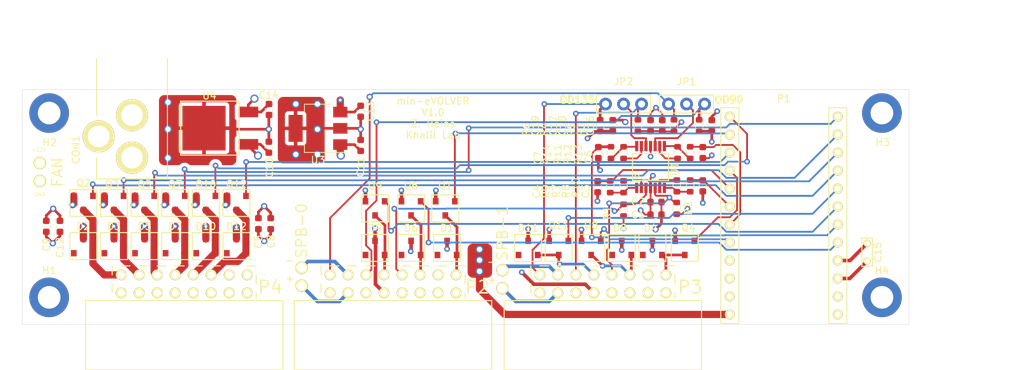
<source format=kicad_pcb>
(kicad_pcb (version 20211014) (generator pcbnew)
  (layers (0 "F.Cu" signal) (1 "In1.Cu" signal) (2 "In2.Cu" signal) (31 "B.Cu" signal) (34 "B.Paste" user) (35 "F.Paste" user) (36 "B.SilkS" user "B.Silkscreen") (37 "F.SilkS" user "F.Silkscreen") (38 "B.Mask" user) (39 "F.Mask" user) (44 "Edge.Cuts" user))
  (net 0 "")
  (net 1 "GND")
  (net 2 "+3V3")
  (net 3 "/A1")
  (net 4 "/A0")
  (net 5 "+12V")
  (net 6 "/A2")
  (net 7 "/A3")
  (net 8 "+5V")
  (net 9 "Net-(C15-Pad1)")
  (net 10 "/FAN-0")
  (net 11 "/P-0")
  (net 12 "/P-1")
  (net 13 "/FAN-1")
  (net 14 "/P-2")
  (net 15 "/HTR-0")
  (net 16 "/P-3")
  (net 17 "/HTR-1")
  (net 18 "/LED-0")
  (net 19 "/P-4")
  (net 20 "/LED-1")
  (net 21 "/P-5")
  (net 22 "/OD135-0")
  (net 23 "/OD-0")
  (net 24 "/OD90-0")
  (net 25 "/OD90-1")
  (net 26 "/OD-1")
  (net 27 "/OD135-1")
  (net 28 "/10")
  (net 29 "/11")
  (net 30 "/12")
  (net 31 "/13")
  (net 32 "/2")
  (net 33 "/3")
  (net 34 "/4")
  (net 35 "/5")
  (net 36 "/6")
  (net 37 "/7")
  (net 38 "/8")
  (net 39 "/9")
  (net 40 "/SPB+0")
  (net 41 "/SPB-0")
  (net 42 "/TS-0")
  (net 43 "/TS-1")
  (net 44 "/SPB-1")
  (net 45 "/SPB+1")
  (net 46 "Net-(R7-Pad2)")
  (net 47 "Net-(R7-Pad1)")
  (net 48 "Net-(R10-Pad2)")
  (net 49 "Net-(R8-Pad2)")
  (net 50 "Net-(R11-Pad1)")
  (net 51 "Net-(R11-Pad2)")
  (net 52 "Net-(R12-Pad1)")
  (net 53 "Net-(R12-Pad2)")
  (footprint "mods:SBR160S23" (layer "F.Cu") (at 110.998 101.346)
    (fp_text reference "D10")
    (fp_text value "D")
  )
  (footprint "mods:SBR160S23" (layer "F.Cu") (at 134.874 101.6)
    (fp_text reference "D9")
    (fp_text value "D")
  )
  (footprint "mods:SBR160S23" (layer "F.Cu") (at 169.672 101.6)
    (fp_text reference "D8")
    (fp_text value "D")
  )
  (footprint "mods:SBR160S23" (layer "F.Cu") (at 106.68 101.346)
    (fp_text reference "D7")
    (fp_text value "D")
  )
  (footprint "mods:SBR160S23" (layer "F.Cu") (at 139.954 101.6)
    (fp_text reference "D6")
    (fp_text value "D")
  )
  (footprint "mods:SBR160S23" (layer "F.Cu") (at 173.99 101.6)
    (fp_text reference "D4")
    (fp_text value "D")
  )
  (footprint "mods:SBR160S23" (layer "F.Cu") (at 98.044 101.346)
    (fp_text reference "D3")
    (fp_text value "D")
  )
  (footprint "mods:SBR160S23" (layer "F.Cu") (at 93.726 101.346)
    (fp_text reference "D2")
    (fp_text value "D")
  )
  (footprint "mods:SBR160S23" (layer "F.Cu") (at 145.034 101.6)
    (fp_text reference "D1")
    (fp_text value "D")
  )
  (footprint "mods:2.1mm_DC_Jack" (layer "F.Cu") (at 100.584 85.852 -90)
    (fp_text reference "CON1")
    (fp_text value "BARREL_JACK")
  )
  (footprint "mods:FK18X5R0J105K" (layer "F.Cu") (at 204.2922 102.2096 90)
    (fp_text reference "C15")
    (fp_text value "10u" hide)
  )
  (footprint "Capacitor_SMD:C_0603_1608Metric" (layer "F.Cu") (at 119.9134 82.042 -90)
    (fp_text reference "C14")
    (fp_text value ".1u")
  )
  (footprint "Capacitor_SMD:C_0603_1608Metric" (layer "F.Cu") (at 166.37 88.138 -90)
    (fp_text reference "C7")
    (fp_text value ".1u")
  )
  (footprint "Capacitor_SMD:C_0603_1608Metric" (layer "F.Cu") (at 181.102 88.138 -90)
    (fp_text reference "C6")
    (fp_text value ".1u")
  )
  (footprint "Capacitor_SMD:C_0603_1608Metric" (layer "F.Cu") (at 118.4148 98.171 -90)
    (fp_text reference "C5")
    (fp_text value ".1u")
  )
  (footprint "Capacitor_SMD:C_0603_1608Metric" (layer "F.Cu") (at 181.102 92.837 -90)
    (fp_text reference "C3")
    (fp_text value ".1u")
  )
  (footprint "Capacitor_SMD:C_0603_1608Metric" (layer "F.Cu") (at 174.498 96.901 180)
    (fp_text reference "C1")
    (fp_text value "1u")
  )
  (footprint "mods:A03422" (layer "F.Cu") (at 178.562 101.6 180)
    (fp_text reference "Q4")
    (fp_text value "Q_NMOS_GSD")
  )
  (footprint "mods:3pinheader_2_54_mm_pitch" (layer "F.Cu") (at 178.816 81.28 180)
    (fp_text reference "JP1")
    (fp_text value "Jumper_3_Open")
  )
  (footprint "mods:SBR160S23" (layer "F.Cu") (at 115.316 101.346)
    (fp_text reference "D12")
    (fp_text value "D")
  )
  (footprint "mods:A03422" (layer "F.Cu") (at 98.044 95.25 180)
    (fp_text reference "Q3")
    (fp_text value "Q_NMOS_GSD")
  )
  (footprint "mods:A03422" (layer "F.Cu") (at 93.726 95.25 180)
    (fp_text reference "Q2")
    (fp_text value "Q_NMOS_GSD")
  )
  (footprint "mods:A03422" (layer "F.Cu") (at 144.78 96.012 180)
    (fp_text reference "Q1")
    (fp_text value "Q_NMOS_GSD")
  )
  (footprint "mods:SBR160S23" (layer "F.Cu") (at 156.464 101.6)
    (fp_text reference "D11")
    (fp_text value "D")
  )
  (footprint "mods:A03422" (layer "F.Cu") (at 139.954 96.012 180)
    (fp_text reference "Q6")
    (fp_text value "Q_NMOS_GSD")
  )
  (footprint "mods:A03422" (layer "F.Cu") (at 102.362 95.25 180)
    (fp_text reference "Q5")
    (fp_text value "Q_NMOS_GSD")
  )
  (footprint "Resistor_SMD:R_0603_1608Metric" (layer "F.Cu") (at 179.324 88.138 -90)
    (fp_text reference "R13")
    (fp_text value "10k")
  )
  (footprint "Resistor_SMD:R_0603_1608Metric" (layer "F.Cu") (at 179.324 92.837 -90)
    (fp_text reference "R10")
    (fp_text value "10k")
  )
  (footprint "Resistor_SMD:R_0603_1608Metric" (layer "F.Cu") (at 168.0464 92.964 -90)
    (fp_text reference "R9")
    (fp_text value "10k")
  )
  (footprint "Resistor_SMD:R_0603_1608Metric" (layer "F.Cu") (at 166.624 84.328 90)
    (fp_text reference "R6")
    (fp_text value "100k")
  )
  (footprint "Resistor_SMD:R_0603_1608Metric" (layer "F.Cu") (at 177.038 84.328 90)
    (fp_text reference "R5")
    (fp_text value "100k")
  )
  (footprint "Resistor_SMD:R_0603_1608Metric" (layer "F.Cu") (at 171.958 84.328 -90)
    (fp_text reference "R4")
    (fp_text value "1M")
  )
  (footprint "Resistor_SMD:R_0603_1608Metric" (layer "F.Cu") (at 177.419 96.012 -90)
    (fp_text reference "R2")
    (fp_text value "10k")
  )
  (footprint "Resistor_SMD:R_0603_1608Metric" (layer "F.Cu") (at 169.926 96.266 -90)
    (fp_text reference "R1")
    (fp_text value "10k")
  )
  (footprint "mods:A03422" (layer "F.Cu") (at 115.316 95.25 180)
    (fp_text reference "Q12")
    (fp_text value "Q_NMOS_GSD")
  )
  (footprint "mods:A03422" (layer "F.Cu") (at 134.874 96.012 180)
    (fp_text reference "Q9")
    (fp_text value "Q_NMOS_GSD")
  )
  (footprint "mods:A03422" (layer "F.Cu") (at 106.68 95.25 180)
    (fp_text reference "Q7")
    (fp_text value "Q_NMOS_GSD")
  )
  (footprint "mods:2x8_conn_10in" (layer "F.Cu") (at 137.414 106.68)
    (fp_text reference "P2")
    (fp_text value "CONN_02X08" hide)
  )
  (footprint "mods:2x8_conn_10in" (layer "F.Cu") (at 167.005 106.68)
    (fp_text reference "P3")
    (fp_text value "CONN_02X08" hide)
  )
  (footprint "mods:2x8_conn_10in" (layer "F.Cu") (at 107.95 106.68)
    (fp_text reference "P4")
    (fp_text value "CONN_02X08" hide)
  )
  (footprint "MountingHole:MountingHole_3.2mm_M3_DIN965_Pad" (layer "F.Cu") (at 88.9 108.585)
    (fp_text reference "H1")
    (fp_text value "MountingHole_Pad")
  )
  (footprint "MountingHole:MountingHole_3.2mm_M3_DIN965_Pad" (layer "F.Cu") (at 88.9 82.55)
    (fp_text reference "H2")
    (fp_text value "MountingHole_Pad")
  )
  (footprint "MountingHole:MountingHole_3.2mm_M3_DIN965_Pad" (layer "F.Cu") (at 206.375 108.585)
    (fp_text reference "H4")
    (fp_text value "MountingHole_Pad")
  )
  (footprint "mods:screw_terminal" (layer "F.Cu") (at 152.8318 106.0196 90)
    (fp_text reference "P6" hide)
    (fp_text value "SPB-1")
  )
  (footprint "MountingHole:MountingHole_3.2mm_M3_DIN965_Pad" (layer "F.Cu") (at 206.375 82.55)
    (fp_text reference "H3")
    (fp_text value "MountingHole_Pad")
  )
  (footprint "mods:L7805CDT" (layer "F.Cu") (at 113.794 84.6836 90)
    (fp_text reference "U4")
    (fp_text value "L7805CDT")
  )
  (footprint "mods:24_pin_10in" (layer "F.Cu") (at 192.532 97.028 180)
    (fp_text reference "P1")
    (fp_text value "CONN_02X12" hide)
  )
  (footprint "Package_TO_SOT_SMD:SOT-223-3_TabPin2" (layer "F.Cu") (at 126.8146 84.709 180)
    (fp_text reference "U3")
    (fp_text value "AP7361C-33E")
  )
  (footprint "Capacitor_SMD:C_0603_1608Metric" (layer "F.Cu") (at 132.842 82.296 -90)
    (fp_text reference "C13")
    (fp_text value ".1u")
  )
  (footprint "Capacitor_SMD:C_0603_1608Metric" (layer "F.Cu") (at 132.842 87.122 90)
    (fp_text reference "C11")
    (fp_text value ".1u")
  )
  (footprint "Capacitor_SMD:C_0603_1608Metric" (layer "F.Cu") (at 119.888 87.376 90)
    (fp_text reference "C10")
    (fp_text value ".1u")
  )
  (footprint "Resistor_SMD:R_0603_1608Metric" (layer "F.Cu") (at 169.926 92.964 90)
    (fp_text reference "R7")
    (fp_text value "10k")
  )
  (footprint "Resistor_SMD:R_0603_1608Metric" (layer "F.Cu") (at 180.594 84.328 -90)
    (fp_text reference "R3")
    (fp_text value "1M")
  )
  (footprint "Capacitor_SMD:C_0603_1608Metric" (layer "F.Cu") (at 120.150468 98.171 -90)
    (fp_text reference "C8")
    (fp_text value ".1u")
  )
  (footprint "Capacitor_SMD:C_0603_1608Metric" (layer "F.Cu") (at 174.498 95.123)
    (fp_text reference "C2")
    (fp_text value ".1u")
  )
  (footprint "Capacitor_SMD:C_0603_1608Metric" (layer "F.Cu") (at 166.2684 92.964 -90)
    (fp_text reference "C4")
    (fp_text value ".1u")
  )
  (footprint "Resistor_SMD:R_0603_1608Metric" (layer "F.Cu") (at 168.148 88.138 -90)
    (fp_text reference "R14")
    (fp_text value "10k")
  )
  (footprint "Resistor_SMD:R_0603_1608Metric" (layer "F.Cu") (at 169.926 88.138 -90)
    (fp_text reference "R11")
    (fp_text value "10k")
  )
  (footprint "Resistor_SMD:R_0603_1608Metric" (layer "F.Cu") (at 177.546 88.138 -90)
    (fp_text reference "R12")
    (fp_text value "10k")
  )
  (footprint "Capacitor_SMD:C_0603_1608Metric" (layer "F.Cu") (at 182.372 84.328 90)
    (fp_text reference "C16")
    (fp_text value "1u")
  )
  (footprint "Capacitor_SMD:C_0603_1608Metric" (layer "F.Cu") (at 175.387 84.328 90)
    (fp_text reference "C18")
    (fp_text value "1u")
  )
  (footprint "mods:SBR160S23" (layer "F.Cu") (at 102.362 101.346)
    (fp_text reference "D5")
    (fp_text value "D")
  )
  (footprint "mods:A03422" (layer "F.Cu") (at 160.782 101.6 180)
    (fp_text reference "Q11")
    (fp_text value "Q_NMOS_GSD")
  )
  (footprint "mods:A03422" (layer "F.Cu") (at 165.354 101.6 180)
    (fp_text reference "Q8")
    (fp_text value "Q_NMOS_GSD")
  )
  (footprint "mods:screw_terminal" (layer "F.Cu") (at 124.5108 105.664 90)
    (fp_text reference "P5" hide)
    (fp_text value "SPB-0")
  )
  (footprint "mods:3pinheader_2_54_mm_pitch" (layer "F.Cu") (at 169.926 81.28 180)
    (fp_text reference "JP2")
    (fp_text value "Jumper_3_Open")
  )
  (footprint "Capacitor_SMD:C_0603_1608Metric" (layer "F.Cu") (at 168.402 84.328 90)
    (fp_text reference "C19")
    (fp_text value "1u")
  )
  (footprint "mods:A03422" (layer "F.Cu") (at 110.998 95.25 180)
    (fp_text reference "Q10")
    (fp_text value "Q_NMOS_GSD")
  )
  (footprint "Capacitor_SMD:C_0603_1608Metric" (layer "F.Cu") (at 88.4936 98.552 -90)
    (fp_text reference "C9")
    (fp_text value ".1u")
  )
  (footprint "Capacitor_SMD:C_0603_1608Metric" (layer "F.Cu") (at 90.424 98.552 -90)
    (fp_text reference "C12")
    (fp_text value ".1u")
  )
  (footprint "Capacitor_SMD:C_0603_1608Metric" (layer "F.Cu") (at 173.736 84.328 90)
    (fp_text reference "C17")
    (fp_text value "1u")
  )
  (footprint "mods:screw_terminal" (layer "F.Cu") (at 87.5792 90.8812 -90)
    (fp_text reference "P7" hide)
    (fp_text value "FAN")
  )
  (footprint "mods:mcp6004-ssop" (layer "F.Cu") (at 173.736 90.17)
    (fp_text reference "U1")
    (fp_text value "MCP6004")
  )
  (footprint "Resistor_SMD:R_0603_1608Metric" (layer "F.Cu") (at 177.4444 92.837 90)
    (fp_text reference "R8")
    (fp_text value "10k")
  )
  (gr_line (start 85.09 79.248) (end 210.185 79.248) (layer "Edge.Cuts") (width 0.05))
  (gr_line (start 85.09 112.395) (end 85.09 79.248) (layer "Edge.Cuts") (width 0.05))
  (gr_line (start 210.185 112.395) (end 85.09 112.395) (layer "Edge.Cuts") (width 0.05))
  (gr_line (start 210.185 112.395) (end 210.185 79.248) (layer "Edge.Cuts") (width 0.05))
  (gr_text "-" (at 151.3078 103.5558) (layer "F.SilkS") (effects (font (size 1 1))))
  (gr_text "+" (at 151.3586 106.1212) (layer "F.SilkS") (effects (font (size 1 1))))
  (gr_text "OD135" (at 163.3982 80.6704) (layer "F.SilkS") (effects (font (size 1.016 1.016) (thickness 0.254))))
  (gr_text "GND" (at 87.5792 94.0308) (layer "F.SilkS") (effects (font (size 0.508 0.508) (thickness 0.0635))))
  (gr_text "+12V" (at 87.4522 87.7316) (layer "F.SilkS") (effects (font (size 0.508 0.508) (thickness 0.0635))))
  (gr_text "OD90" (at 184.785 80.645) (layer "F.SilkS") (effects (font (size 1.016 1.016) (thickness 0.254))))
  (gr_text "-" (at 122.809 103.3526) (layer "F.SilkS") (effects (font (size 1 1))))
  (gr_text "min-eVOLVER\nV1.0\nZ. Heins\nKhalil Lab" (at 143.0528 83.2612) (layer "F.SilkS") (effects (font (size 1 1))))
  (gr_text "+" (at 122.8598 105.918) (layer "F.SilkS") (effects (font (size 1 1))))
  (segment (start 105.33 94.25) (end 105.33 95.33) (width 1.016) (layer "F.Cu") (net 1))
  (segment (start 143.43 95.012) (end 143.43 93.5012) (width 0.508) (layer "F.Cu") (net 1))
  (segment (start 177.212 100.6) (end 177.212 99.1324) (width 0.508) (layer "F.Cu") (net 1))
  (segment (start 168.402 83.553) (end 169.913 83.553) (width 0.381) (layer "F.Cu") (net 1))
  (segment (start 118.4148 99.822) (end 119.2276 100.6348) (width 0.381) (layer "F.Cu") (net 1))
  (segment (start 90.424 99.327) (end 90.424 99.9236) (width 0.381) (layer "F.Cu") (net 1))
  (segment (start 166.37 88.913) (end 166.37 90.37933) (width 0.381) (layer "F.Cu") (net 1))
  (segment (start 166.37 90.37933) (end 166.624 90.63333) (width 0.381) (layer "F.Cu") (net 1))
  (segment (start 126.873 84.709) (end 126.746 84.836) (width 0.381) (layer "F.Cu") (net 1))
  (segment (start 166.2684 93.739) (end 166.2684 94.9706) (width 0.381) (layer "F.Cu") (net 1))
  (segment (start 132.715 84.709) (end 132.842 84.836) (width 0.381) (layer "F.Cu") (net 1))
  (segment (start 120.150468 98.946) (end 120.150468 99.711932) (width 0.381) (layer "F.Cu") (net 1))
  (segment (start 138.604 93.4936) (end 138.5824 93.472) (width 0.508) (layer "F.Cu") (net 1))
  (segment (start 175.387 82.677) (end 174.498 81.788) (width 0.25) (layer "F.Cu") (net 1))
  (segment (start 138.604 95.012) (end 138.604 93.4936) (width 0.508) (layer "F.Cu") (net 1))
  (segment (start 173.736 87.22) (end 173.736 88.6968) (width 0.25) (layer "F.Cu") (net 1))
  (segment (start 92.376 95.33) (end 92.202 95.504) (width 1.016) (layer "F.Cu") (net 1))
  (segment (start 177.212 99.1324) (end 177.1904 99.1108) (width 0.508) (layer "F.Cu") (net 1))
  (segment (start 159.432 99.0384) (end 159.4612 99.0092) (width 0.508) (layer "F.Cu") (net 1))
  (segment (start 133.524 95.012) (end 133.524 93.4936) (width 0.508) (layer "F.Cu") (net 1))
  (segment (start 201.8738 103.378) (end 204.2922 100.9596) (width 0.508) (layer "F.Cu") (net 1))
  (segment (start 175.273 95.123) (end 175.273 96.901) (width 0.25) (layer "F.Cu") (net 1))
  (segment (start 109.648 95.33) (end 109.474 95.504) (width 1.016) (layer "F.Cu") (net 1))
  (segment (start 92.376 94.25) (end 92.376 95.33) (width 1.016) (layer "F.Cu") (net 1))
  (segment (start 175.387 83.553) (end 175.387 82.677) (width 0.25) (layer "F.Cu") (net 1))
  (segment (start 175.273 98.151199) (end 174.4472 98.976999) (width 0.381) (layer "F.Cu") (net 1))
  (segment (start 90.424 99.9236) (end 89.408 100.9396) (width 0.381) (layer "F.Cu") (net 1))
  (segment (start 164.004 100.6) (end 164.004 99.0308) (width 0.508) (layer "F.Cu") (net 1))
  (segment (start 129.9646 84.709) (end 132.715 84.709) (width 0.381) (layer "F.Cu") (net 1))
  (segment (start 169.913 83.553) (end 170.18 83.82) (width 0.381) (layer "F.Cu") (net 1))
  (segment (start 133.524 93.4936) (end 133.5024 93.472) (width 0.508) (layer "F.Cu") (net 1))
  (segment (start 119.888 84.836) (end 114.808 84.836) (width 0.381) (layer "F.Cu") (net 1))
  (segment (start 182.372 83.058) (end 183.134 82.296) (width 0.381) (layer "F.Cu") (net 1))
  (segment (start 175.273 96.901) (end 175.273 98.151199) (width 0.381) (layer "F.Cu") (net 1))
  (segment (start 143.43 93.5012) (end 143.4592 93.472) (width 0.508) (layer "F.Cu") (net 1))
  (segment (start 109.648 94.25) (end 109.648 95.33) (width 1.016) (layer "F.Cu") (net 1))
  (segment (start 119.888 82.8424) (end 119.9134 82.817) (width 0.381) (layer "F.Cu") (net 1))
  (segment (start 88.4936 99.327) (end 88.4936 100.0252) (width 0.381) (layer "F.Cu") (net 1))
  (segment (start 132.842 83.071) (end 132.842 84.836) (width 0.381) (layer "F.Cu") (net 1))
  (segment (start 119.888 84.836) (end 119.888 82.8424) (width 0.381) (layer "F.Cu") (net 1))
  (segment (start 181.102 93.612) (end 181.102 95.25) (width 0.381) (layer "F.Cu") (net 1))
  (segment (start 96.694 95.33) (end 96.52 95.504) (width 1.016) (layer "F.Cu") (net 1))
  (segment (start 181.978 88.913) (end 182.372 88.519) (width 0.25) (layer "F.Cu") (net 1))
  (segment (start 119.888 86.601) (end 119.888 84.836) (width 0.381) (layer "F.Cu") (net 1))
  (segment (start 181.102 88.913) (end 181.978 88.913) (width 0.25) (layer "F.Cu") (net 1))
  (segment (start 182.372 83.553) (end 182.372 83.058) (width 0.381) (layer "F.Cu") (net 1))
  (segment (start 132.842 86.347) (end 132.842 84.836) (width 0.381) (layer "F.Cu") (net 1))
  (segment (start 113.966 95.33) (end 113.792 95.504) (width 1.016) (layer "F.Cu") (net 1))
  (segment (start 166.2684 94.9706) (end 166.243 94.996) (width 0.381) (layer "F.Cu") (net 1))
  (segment (start 118.4148 98.946) (end 118.4148 99.822) (width 0.381) (layer "F.Cu") (net 1))
  (segment (start 101.012 94.25) (end 101.012 95.33) (width 1.016) (layer "F.Cu") (net 1))
  (segment (start 200.152 103.378) (end 201.8738 103.378) (width 0.508) (layer "F.Cu") (net 1))
  (segment (start 120.150468 99.711932) (end 119.2276 100.6348) (width 0.381) (layer "F.Cu") (net 1))
  (segment (start 173.736 82.55) (end 174.498 81.788) (width 0.25) (layer "F.Cu") (net 1))
  (segment (start 159.432 100.6) (end 159.432 99.0384) (width 0.508) (layer "F.Cu") (net 1))
  (segment (start 113.966 94.25) (end 113.966 95.33) (width 1.016) (layer "F.Cu") (net 1))
  (segment (start 164.004 99.0308) (end 163.9824 99.0092) (width 0.508) (layer "F.Cu") (net 1))
  (segment (start 173.736 83.553) (end 173.736 82.55) (width 0.25) (layer "F.Cu") (net 1))
  (segment (start 96.694 94.25) (end 96.694 95.33) (width 1.016) (layer "F.Cu") (net 1))
  (segment (start 88.4936 100.0252) (end 89.408 100.9396) (width 0.381) (layer "F.Cu") (net 1))
  (segment (start 129.9646 84.709) (end 126.873 84.709) (width 0.381) (layer "F.Cu") (net 1))
  (segment (start 105.33 95.33) (end 105.156 95.504) (width 1.016) (layer "F.Cu") (net 1))
  (segment (start 101.012 95.33) (end 100.838 95.504) (width 1.016) (layer "F.Cu") (net 1))
  (via (at 123.698 81.28) (size 1.143) (drill 0.762) (layers "F.Cu" "B.Cu") (net 1))
  (via (at 100.838 95.504) (size 0.889) (drill 0.508) (layers "F.Cu" "B.Cu") (net 1))
  (via (at 133.5024 93.472) (size 0.8) (drill 0.4) (layers "F.Cu" "B.Cu") (net 1))
  (via (at 123.698 88.392) (size 1.143) (drill 0.762) (layers "F.Cu" "B.Cu") (net 1))
  (via (at 92.202 95.504) (size 0.889) (drill 0.508) (layers "F.Cu" "B.Cu") (net 1))
  (via (at 170.18 83.82) (size 0.889) (drill 0.508) (layers "F.Cu" "B.Cu") (net 1))
  (via (at 89.408 100.9396) (size 0.889) (drill 0.508) (layers "F.Cu" "B.Cu") (net 1))
  (via (at 166.243 94.996) (size 0.8) (drill 0.4) (layers "F.Cu" "B.Cu") (net 1))
  (via (at 182.372 88.519) (size 0.8) (drill 0.4) (layers "F.Cu" "B.Cu") (net 1))
  (via (at 96.52 95.504) (size 0.889) (drill 0.508) (layers "F.Cu" "B.Cu") (net 1))
  (via (at 174.498 81.788) (size 0.8) (drill 0.4) (layers "F.Cu" "B.Cu") (net 1))
  (via (at 109.474 95.504) (size 0.889) (drill 0.508) (layers "F.Cu" "B.Cu") (net 1))
  (via (at 119.888 84.836) (size 0.889) (drill 0.508) (layers "F.Cu" "B.Cu") (net 1))
  (via (at 119.2276 100.6348) (size 0.889) (drill 0.508) (layers "F.Cu" "B.Cu") (net 1))
  (via (at 183.134 82.296) (size 0.8) (drill 0.4) (layers "F.Cu" "B.Cu") (net 1))
  (via (at 105.664 84.836) (size 1.143) (drill 0.762) (layers "F.Cu" "B.Cu") (net 1))
  (via (at 173.736 88.6968) (size 0.8) (drill 0.4) (layers "F.Cu" "B.Cu") (net 1))
  (via (at 126.746 84.836) (size 1.143) (drill 0.762) (layers "F.Cu" "B.Cu") (net 1))
  (via (at 181.102 95.25) (size 0.8) (drill 0.4) (layers "F.Cu" "B.Cu") (net 1))
  (via (at 159.4612 99.0092) (size 0.8) (drill 0.4) (layers "F.Cu" "B.Cu") (net 1))
  (via (at 143.4592 93.472) (size 0.8) (drill 0.4) (layers "F.Cu" "B.Cu") (net 1))
  (via (at 138.5824 93.472) (size 0.8) (drill 0.4) (layers "F.Cu" "B.Cu") (net 1))
  (via (at 177.1904 99.1108) (size 0.8) (drill 0.4) (layers "F.Cu" "B.Cu") (net 1))
  (via (at 113.792 95.504) (size 0.889) (drill 0.508) (layers "F.Cu" "B.Cu") (net 1))
  (via (at 105.664 88.9) (size 1.143) (drill 0.762) (layers "F.Cu" "B.Cu") (net 1))
  (via (at 105.664 81.026) (size 1.143) (drill 0.762) (layers "F.Cu" "B.Cu") (net 1))
  (via (at 105.156 95.504) (size 0.889) (drill 0.508) (layers "F.Cu" "B.Cu") (net 1))
  (via (at 126.746 81.28) (size 1.143) (drill 0.762) (layers "F.Cu" "B.Cu") (net 1))
  (via (at 166.624 90.63333) (size 0.8) (drill 0.4) (layers "F.Cu" "B.Cu") (net 1))
  (via (at 126.746 88.392) (size 1.143) (drill 0.762) (layers "F.Cu" "B.Cu") (net 1))
  (via (at 132.842 84.836) (size 0.889) (drill 0.508) (layers "F.Cu" "B.Cu") (net 1))
  (via (at 174.4472 98.976999) (size 0.889) (drill 0.508) (layers "F.Cu" "B.Cu") (net 1))
  (via (at 163.9824 99.0092) (size 0.8) (drill 0.4) (layers "F.Cu" "B.Cu") (net 1))
  (segment (start 175.437 85.153) (end 175.387 85.103) (width 0.381) (layer "F.Cu") (net 2))
  (segment (start 175.387 85.103) (end 173.736 85.103) (width 0.25) (layer "F.Cu") (net 2))
  (segment (start 177.038 84.892409) (end 178.102717 83.827692) (width 0.25) (layer "F.Cu") (net 2))
  (segment (start 173.736 91.7194) (end 174.0662 91.3892) (width 0.25) (layer "F.Cu") (net 2))
  (segment (start 177.419 96.837) (end 178.163001 96.837) (width 0.25) (layer "F.Cu") (net 2))
  (segment (start 177.038 85.153) (end 175.437 85.153) (width 0.25) (layer "F.Cu") (net 2))
  (segment (start 173.736 85.103) (end 172.008 85.103) (width 0.25) (layer "F.Cu") (net 2))
  (segment (start 131.954 82.409) (end 132.842 81.521) (width 0.381) (layer "F.Cu") (net 2))
  (segment (start 182.372 85.103) (end 180.644 85.103) (width 0.381) (layer "F.Cu") (net 2))
  (segment (start 172.008 85.103) (end 171.958 85.153) (width 0.381) (layer "F.Cu") (net 2))
  (segment (start 173.736 95.11) (end 173.723 95.123) (width 0.25) (layer "F.Cu") (net 2))
  (segment (start 177.038 85.153) (end 177.038 84.892409) (width 0.381) (layer "F.Cu") (net 2))
  (segment (start 172.974 96.901) (end 172.339 96.266) (width 0.25) (layer "F.Cu") (net 2))
  (segment (start 180.644 85.103) (end 180.594 85.153) (width 0.381) (layer "F.Cu") (net 2))
  (segment (start 169.926 97.091) (end 169.926 98.932499) (width 0.25) (layer "F.Cu") (net 2))
  (segment (start 173.723 95.123) (end 173.723 96.901) (width 0.25) (layer "F.Cu") (net 2))
  (segment (start 168.402 85.103) (end 166.674 85.103) (width 0.381) (layer "F.Cu") (net 2))
  (segment (start 129.9646 82.409) (end 131.954 82.409) (width 0.381) (layer "F.Cu") (net 2))
  (segment (start 173.736 93.12) (end 173.736 91.7194) (width 0.25) (layer "F.Cu") (net 2))
  (segment (start 177.088 85.103) (end 177.038 85.153) (width 0.381) (layer "F.Cu") (net 2))
  (segment (start 129.9646 80.7216) (end 129.9642 80.7212) (width 1.016) (layer "F.Cu") (net 2))
  (segment (start 129.9646 82.409) (end 129.9646 80.7216) (width 1.016) (layer "F.Cu") (net 2))
  (segment (start 165.823899 85.153) (end 164.846 86.130899) (width 0.381) (layer "F.Cu") (net 2))
  (segment (start 182.372 85.103) (end 182.372 86.614) (width 0.381) (layer "F.Cu") (net 2))
  (segment (start 166.674 85.103) (end 166.624 85.153) (width 0.381) (layer "F.Cu") (net 2))
  (segment (start 166.624 85.153) (end 165.823899 85.153) (width 0.381) (layer "F.Cu") (net 2))
  (segment (start 173.736 93.12) (end 173.736 95.11) (width 0.25) (layer "F.Cu") (net 2))
  (segment (start 178.163001 96.837) (end 178.943 96.057001) (width 0.25) (layer "F.Cu") (net 2))
  (segment (start 172.974 96.901) (end 173.723 96.901) (width 0.25) (layer "F.Cu") (net 2))
  (via (at 172.339 96.266) (size 0.8) (drill 0.4) (layers "F.Cu" "B.Cu") (net 2))
  (via (at 178.102717 83.827692) (size 0.8) (drill 0.4) (layers "F.Cu" "B.Cu") (net 2))
  (via (at 182.372 86.614) (size 0.8) (drill 0.4) (layers "F.Cu" "B.Cu") (net 2))
  (via (at 178.943 96.057001) (size 0.8) (drill 0.4) (layers "F.Cu" "B.Cu") (net 2))
  (via (at 164.846 86.130899) (size 0.8) (drill 0.4) (layers "F.Cu" "B.Cu") (net 2))
  (via (at 129.9642 80.7212) (size 0.8) (drill 0.4) (layers "F.Cu" "B.Cu") (net 2))
  (via (at 174.0662 91.3892) (size 0.8) (drill 0.4) (layers "F.Cu" "B.Cu") (net 2))
  (via (at 169.926 98.932499) (size 0.8) (drill 0.4) (layers "F.Cu" "B.Cu") (net 2))
  (segment (start 179.324 92.012) (end 181.052 92.012) (width 0.25) (layer "F.Cu") (net 3))
  (segment (start 184.912 95.758) (end 181.216 92.062) (width 0.25) (layer "F.Cu") (net 3))
  (segment (start 182.2927 90.5987) (end 169.8407 90.5987) (width 0.25) (layer "F.Cu") (net 4))
  (segment (start 168.3004 92.139) (end 169.8407 90.5987) (width 0.25) (layer "F.Cu") (net 4))
  (segment (start 184.912 93.218) (end 182.2927 90.5987) (width 0.25) (layer "F.Cu") (net 4))
  (segment (start 167.9964 92.189) (end 168.0464 92.139) (width 0.381) (layer "F.Cu") (net 4))
  (segment (start 166.2684 92.189) (end 167.9964 92.189) (width 0.25) (layer "F.Cu") (net 4))
  (segment (start 168.0464 92.139) (end 168.3004 92.139) (width 0.381) (layer "F.Cu") (net 4))
  (segment (start 168.2504 92.189) (end 168.3004 92.139) (width 0.381) (layer "F.Cu") (net 4))
  (segment (start 98.044 100.346) (end 98.044 98.552) (width 1.016) (layer "F.Cu") (net 5))
  (segment (start 106.68 100.346) (end 106.68 98.552) (width 1.016) (layer "F.Cu") (net 5))
  (segment (start 139.954 100.6) (end 139.954 102.0318) (width 0.508) (layer "F.Cu") (net 5))
  (segment (start 145.034 100.6) (end 145.034 101.7524) (width 0.508) (layer "F.Cu") (net 5))
  (segment (start 102.362 100.346) (end 102.362 98.552) (width 1.016) (layer "F.Cu") (net 5))
  (segment (start 118.7066 86.9696) (end 119.888 88.151) (width 0.381) (layer "F.Cu") (net 5))
  (segment (start 173.99 100.6) (end 173.99 101.9048) (width 0.508) (layer "F.Cu") (net 5))
  (segment (start 116.994 86.9696) (end 118.7066 86.9696) (width 0.381) (layer "F.Cu") (net 5))
  (segment (start 88.4936 97.777) (end 88.4936 97.028) (width 0.381) (layer "F.Cu") (net 5))
  (segment (start 120.150468 97.396) (end 120.150468 96.630068) (width 0.381) (layer "F.Cu") (net 5))
  (segment (start 139.954 102.0318) (end 139.9032 102.0826) (width 0.508) (layer "F.Cu") (net 5))
  (segment (start 118.4148 96.52) (end 119.2276 95.7072) (width 0.381) (layer "F.Cu") (net 5))
  (segment (start 115.316 100.346) (end 115.316 98.679) (width 1.016) (layer "F.Cu") (net 5))
  (segment (start 90.424 97.777) (end 90.424 97.028) (width 0.381) (layer "F.Cu") (net 5))
  (segment (start 118.4148 97.396) (end 118.4148 96.52) (width 0.381) (layer "F.Cu") (net 5))
  (segment (start 90.424 97.028) (end 89.4588 96.0628) (width 0.381) (layer "F.Cu") (net 5))
  (segment (start 93.726 100.346) (end 93.726 98.552) (width 1.016) (layer "F.Cu") (net 5))
  (segment (start 120.150468 96.630068) (end 119.2276 95.7072) (width 0.381) (layer "F.Cu") (net 5))
  (segment (start 116.994 86.9696) (end 116.994 87.1928) (width 0.381) (layer "F.Cu") (net 5))
  (segment (start 110.998 100.346) (end 110.998 98.552) (width 1.016) (layer "F.Cu") (net 5))
  (segment (start 116.994 87.1928) (end 118.364 88.5628) (width 0.381) (layer "F.Cu") (net 5))
  (segment (start 169.672 100.6) (end 169.672 101.9048) (width 0.508) (layer "F.Cu") (net 5))
  (segment (start 88.4936 97.028) (end 89.4588 96.0628) (width 0.381) (layer "F.Cu") (net 5))
  (via (at 110.998 98.552) (size 0.8) (drill 0.4) (layers "F.Cu" "B.Cu") (net 5))
  (via (at 139.9032 102.0826) (size 0.8) (drill 0.4) (layers "F.Cu" "B.Cu") (net 5))
  (via (at 115.316 98.679) (size 0.8) (drill 0.4) (layers "F.Cu" "B.Cu") (net 5))
  (via (at 145.034 101.7524) (size 0.8) (drill 0.4) (layers "F.Cu" "B.Cu") (net 5))
  (via (at 169.672 101.9048) (size 0.8) (drill 0.4) (layers "F.Cu" "B.Cu") (net 5))
  (via (at 106.68 98.552) (size 0.8) (drill 0.4) (layers "F.Cu" "B.Cu") (net 5))
  (via (at 89.4588 96.0628) (size 0.889) (drill 0.508) (layers "F.Cu" "B.Cu") (net 5))
  (via (at 93.726 98.552) (size 0.8) (drill 0.4) (layers "F.Cu" "B.Cu") (net 5))
  (via (at 118.364 88.5628) (size 1.143) (drill 0.762) (layers "F.Cu" "B.Cu") (net 5))
  (via (at 102.362 98.552) (size 0.8) (drill 0.4) (layers "F.Cu" "B.Cu") (net 5))
  (via (at 98.044 98.552) (size 0.8) (drill 0.4) (layers "F.Cu" "B.Cu") (net 5))
  (via (at 173.99 101.9048) (size 0.8) (drill 0.4) (layers "F.Cu" "B.Cu") (net 5))
  (via (at 119.2276 95.7072) (size 0.889) (drill 0.508) (layers "F.Cu" "B.Cu") (net 5))
  (segment (start 184.912 98.298) (end 186.385511 96.824489) (width 0.25) (layer "F.Cu") (net 6))
  (segment (start 181.052 87.313) (end 181.102 87.363) (width 0.381) (layer "F.Cu") (net 6))
  (segment (start 182.648305 87.363) (end 181.102 87.363) (width 0.25) (layer "F.Cu") (net 6))
  (segment (start 186.385511 88.096729) (end 186.385511 96.824489) (width 0.25) (layer "F.Cu") (net 6))
  (segment (start 185.344782 87.056) (end 186.385511 88.096729) (width 0.25) (layer "F.Cu") (net 6))
  (segment (start 182.955305 87.056) (end 182.648305 87.363) (width 0.25) (layer "F.Cu") (net 6))
  (segment (start 185.344782 87.056) (end 182.955305 87.056) (width 0.25) (layer "F.Cu") (net 6))
  (segment (start 179.324 87.313) (end 181.052 87.313) (width 0.25) (layer "F.Cu") (net 6))
  (segment (start 166.42 87.313) (end 166.37 87.363) (width 0.381) (layer "F.Cu") (net 7))
  (segment (start 168.148 87.313) (end 166.42 87.313) (width 0.381) (layer "F.Cu") (net 7))
  (segment (start 165.4556 100.113) (end 165.4556 88.2774) (width 0.25) (layer "F.Cu") (net 7))
  (segment (start 165.4556 88.2774) (end 166.37 87.363) (width 0.25) (layer "F.Cu") (net 7))
  (via (at 165.4556 100.113) (size 0.8) (drill 0.4) (layers "F.Cu" "B.Cu") (net 7))
  (segment (start 167.712591 100.113) (end 167.987581 100.38799) (width 0.25) (layer "B.Cu") (net 7))
  (segment (start 184.912 100.838) (end 184.46199 100.38799) (width 0.25) (layer "B.Cu") (net 7))
  (segment (start 165.4556 100.113) (end 167.712591 100.113) (width 0.25) (layer "B.Cu") (net 7))
  (segment (start 184.46199 100.38799) (end 167.987581 100.38799) (width 0.25) (layer "B.Cu") (net 7))
  (segment (start 116.994 82.3976) (end 118.7828 82.3976) (width 0.381) (layer "F.Cu") (net 8))
  (segment (start 118.201 82.2046) (end 118.008 82.3976) (width 0.381) (layer "F.Cu") (net 8))
  (segment (start 134.945009 100.671009) (end 134.874 100.6) (width 0.508) (layer "F.Cu") (net 8))
  (segment (start 131.954 87.009) (end 132.842 87.897) (width 0.381) (layer "F.Cu") (net 8))
  (segment (start 129.9646 87.009) (end 131.954 87.009) (width 0.381) (layer "F.Cu") (net 8))
  (segment (start 153.162 110.998) (end 149.606 107.442) (width 1.016) (layer "F.Cu") (net 8))
  (segment (start 116.994 82.3976) (end 116.994 81.38) (width 0.381) (layer "F.Cu") (net 8))
  (segment (start 129.9646 88.4794) (end 130.048 88.5628) (width 1.016) (layer "F.Cu") (net 8))
  (segment (start 149.606 107.442) (end 149.606 104.902) (width 1.016) (layer "F.Cu") (net 8))
  (segment (start 134.927822 106.733822) (end 134.927822 104.905021) (width 0.508) (layer "F.Cu") (net 8))
  (segment (start 164.518999 106.733999) (end 157.261 106.733999) (width 0.508) (layer "F.Cu") (net 8))
  (segment (start 134.874 100.6) (end 134.874 98.8822) (width 0.508) (layer "F.Cu") (net 8))
  (segment (start 165.735 107.95) (end 164.518999 106.733999) (width 0.508) (layer "F.Cu") (net 8))
  (segment (start 134.927822 104.905021) (end 134.945009 104.887834) (width 0.508) (layer "F.Cu") (net 8))
  (segment (start 184.912 110.998) (end 153.162 110.998) (width 1.016) (layer "F.Cu") (net 8))
  (segment (start 118.044 82.4336) (end 118.008 82.3976) (width 0.381) (layer "F.Cu") (net 8))
  (segment (start 136.144 107.95) (end 134.927822 106.733822) (width 0.508) (layer "F.Cu") (net 8))
  (segment (start 156.464 100.6) (end 156.464 98.933) (width 0.508) (layer "F.Cu") (net 8))
  (segment (start 157.261 106.733999) (end 155.575 105.047999) (width 0.508) (layer "F.Cu") (net 8))
  (segment (start 118.7828 82.3976) (end 119.9134 81.267) (width 0.381) (layer "F.Cu") (net 8))
  (segment (start 116.994 81.38) (end 117.856 80.518) (width 0.381) (layer "F.Cu") (net 8))
  (segment (start 129.9646 87.009) (end 129.9646 88.4794) (width 1.016) (layer "F.Cu") (net 8))
  (segment (start 134.945009 104.887834) (end 134.945009 100.671009) (width 0.508) (layer "F.Cu") (net 8))
  (via (at 117.856 80.518) (size 1.143) (drill 0.762) (layers "F.Cu" "B.Cu") (net 8))
  (via (at 155.575 105.047999) (size 0.8) (drill 0.4) (layers "F.Cu" "B.Cu") (net 8))
  (via (at 134.874 98.8822) (size 0.889) (drill 0.508) (layers "F.Cu" "B.Cu") (net 8))
  (via (at 149.606 101.8032) (size 1.143) (drill 0.762) (layers "F.Cu" "B.Cu") (net 8))
  (via (at 149.606 104.902) (size 1.143) (drill 0.762) (layers "F.Cu" "B.Cu") (net 8))
  (via (at 130.048 88.5628) (size 1.143) (drill 0.762) (layers "F.Cu" "B.Cu") (net 8))
  (via (at 156.464 98.933) (size 0.8) (drill 0.4) (layers "F.Cu" "B.Cu") (net 8))
  (via (at 149.606 103.3272) (size 1.143) (drill 0.762) (layers "F.Cu" "B.Cu") (net 8))
  (segment (start 200.152 105.918) (end 201.8338 105.918) (width 0.508) (layer "F.Cu") (net 9))
  (segment (start 201.8338 105.918) (end 204.2922 103.4596) (width 0.508) (layer "F.Cu") (net 9))
  (segment (start 146.384 102.6) (end 146.384 105.33) (width 0.381) (layer "F.Cu") (net 10))
  (segment (start 146.431 102.553) (end 146.384 102.6) (width 0.381) (layer "F.Cu") (net 10))
  (segment (start 146.384 105.33) (end 146.304 105.41) (width 0.381) (layer "F.Cu") (net 10))
  (segment (start 146.431 98.663) (end 146.431 102.553) (width 0.381) (layer "F.Cu") (net 10))
  (segment (start 144.78 97.012) (end 146.431 98.663) (width 0.381) (layer "F.Cu") (net 10))
  (segment (start 96.674 105.41) (end 99.06 105.41) (width 1.016) (layer "F.Cu") (net 11))
  (segment (start 93.726 96.25) (end 95.076 97.6) (width 1.016) (layer "F.Cu") (net 11))
  (segment (start 95.076 102.346) (end 95.076 103.812) (width 1.016) (layer "F.Cu") (net 11))
  (segment (start 95.076 97.6) (end 95.076 102.346) (width 1.016) (layer "F.Cu") (net 11))
  (segment (start 95.076 103.812) (end 96.674 105.41) (width 1.016) (layer "F.Cu") (net 11))
  (segment (start 99.394 102.346) (end 99.394 103.204) (width 1.016) (layer "F.Cu") (net 12))
  (segment (start 99.394 103.204) (end 101.6 105.41) (width 1.016) (layer "F.Cu") (net 12))
  (segment (start 99.394 97.6) (end 99.394 102.346) (width 1.016) (layer "F.Cu") (net 12))
  (segment (start 98.044 96.25) (end 99.394 97.6) (width 1.016) (layer "F.Cu") (net 12))
  (segment (start 175.895 105.41) (end 175.895 103.155) (width 0.381) (layer "F.Cu") (net 13))
  (segment (start 175.34 102.6) (end 178.562 102.6) (width 0.381) (layer "F.Cu") (net 13))
  (segment (start 175.895 103.155) (end 175.34 102.6) (width 0.381) (layer "F.Cu") (net 13))
  (segment (start 103.712 104.982) (end 104.14 105.41) (width 1.016) (layer "F.Cu") (net 14))
  (segment (start 102.362 96.25) (end 103.712 97.6) (width 1.016) (layer "F.Cu") (net 14))
  (segment (start 103.712 102.346) (end 103.712 104.982) (width 1.016) (layer "F.Cu") (net 14))
  (segment (start 103.712 97.6) (end 103.712 102.346) (width 1.016) (layer "F.Cu") (net 14))
  (segment (start 141.351 98.409) (end 141.351 102.553) (width 0.381) (layer "F.Cu") (net 15))
  (segment (start 141.304 102.6) (end 141.304 105.33) (width 0.381) (layer "F.Cu") (net 15))
  (segment (start 141.351 102.553) (end 141.304 102.6) (width 0.381) (layer "F.Cu") (net 15))
  (segment (start 141.304 105.33) (end 141.224 105.41) (width 0.381) (layer "F.Cu") (net 15))
  (segment (start 139.954 97.012) (end 141.351 98.409) (width 0.381) (layer "F.Cu") (net 15))
  (segment (start 106.68 96.25) (end 108.03 97.6) (width 1.016) (layer "F.Cu") (net 16))
  (segment (start 108.03 104.06) (end 106.68 105.41) (width 1.016) (layer "F.Cu") (net 16))
  (segment (start 108.03 97.6) (end 108.03 102.346) (width 1.016) (layer "F.Cu") (net 16))
  (segment (start 108.03 102.346) (end 108.03 104.06) (width 1.016) (layer "F.Cu") (net 16))
  (segment (start 171.022 102.6) (end 171.022 105.203) (width 0.381) (layer "F.Cu") (net 17))
  (segment (start 171.022 105.203) (end 170.815 105.41) (width 0.381) (layer "F.Cu") (net 17))
  (segment (start 165.4396 102.6) (end 166.9796 104.14) (width 0.381) (layer "F.Cu") (net 17))
  (via (at 166.9796 104.14) (size 0.8) (drill 0.4) (layers "F.Cu" "B.Cu") (net 17))
  (segment (start 169.545 104.14) (end 170.815 105.41) (width 0.381) (layer "B.Cu") (net 17))
  (segment (start 166.9796 104.14) (end 169.545 104.14) (width 0.381) (layer "B.Cu") (net 17))
  (segment (start 136.271 102.553) (end 136.224 102.6) (width 0.381) (layer "F.Cu") (net 18))
  (segment (start 136.224 102.6) (end 136.224 105.33) (width 0.381) (layer "F.Cu") (net 18))
  (segment (start 136.271 98.409) (end 136.271 102.553) (width 0.381) (layer "F.Cu") (net 18))
  (segment (start 136.224 105.33) (end 136.144 105.41) (width 0.381) (layer "F.Cu") (net 18))
  (segment (start 134.874 97.012) (end 136.271 98.409) (width 0.381) (layer "F.Cu") (net 18))
  (segment (start 112.348 102.346) (end 112.284 102.346) (width 1.016) (layer "F.Cu") (net 19))
  (segment (start 112.348 97.6) (end 112.348 102.346) (width 1.016) (layer "F.Cu") (net 19))
  (segment (start 112.284 102.346) (end 109.22 105.41) (width 1.016) (layer "F.Cu") (net 19))
  (segment (start 110.998 96.25) (end 112.348 97.6) (width 1.016) (layer "F.Cu") (net 19))
  (segment (start 157.814 102.6) (end 160.782 102.6) (width 0.381) (layer "F.Cu") (net 20))
  (segment (start 160.782 103.759) (end 160.909 103.886) (width 0.381) (layer "F.Cu") (net 20))
  (segment (start 160.782 102.6) (end 160.782 103.759) (width 0.381) (layer "F.Cu") (net 20))
  (via (at 160.909 103.886) (size 0.8) (drill 0.4) (layers "F.Cu" "B.Cu") (net 20))
  (segment (start 164.211 103.886) (end 165.735 105.41) (width 0.381) (layer "B.Cu") (net 20))
  (segment (start 160.909 103.886) (end 164.211 103.886) (width 0.381) (layer "B.Cu") (net 20))
  (segment (start 116.666 97.6) (end 116.666 102.346) (width 1.016) (layer "F.Cu") (net 21))
  (segment (start 113.665999 103.504001) (end 111.76 105.41) (width 1.016) (layer "F.Cu") (net 21))
  (segment (start 116.666 102.346) (end 115.507999 103.504001) (width 1.016) (layer "F.Cu") (net 21))
  (segment (start 115.316 96.25) (end 116.666 97.6) (width 1.016) (layer "F.Cu") (net 21))
  (segment (start 115.507999 103.504001) (end 113.665999 103.504001) (width 1.016) (layer "F.Cu") (net 21))
  (segment (start 134.112 82.042) (end 134.112 81.026) (width 0.25) (layer "F.Cu") (net 22))
  (segment (start 128.524 97.377398) (end 134.112 91.789398) (width 0.25) (layer "F.Cu") (net 22))
  (segment (start 128.524 105.41) (end 128.524 97.377398) (width 0.25) (layer "F.Cu") (net 22))
  (segment (start 177.038 83.503) (end 177.038 82.042) (width 0.25) (layer "F.Cu") (net 22))
  (segment (start 134.112 91.789398) (end 134.112 82.042) (width 0.25) (layer "F.Cu") (net 22))
  (segment (start 177.038 82.042) (end 176.276 81.28) (width 0.25) (layer "F.Cu") (net 22))
  (segment (start 134.112 81.026) (end 134.112 80.264) (width 0.25) (layer "F.Cu") (net 22))
  (via (at 134.112 80.264) (size 0.889) (drill 0.508) (layers "F.Cu" "B.Cu") (net 22))
  (segment (start 134.112 80.264) (end 134.62 79.756) (width 0.25) (layer "B.Cu") (net 22))
  (segment (start 134.62 79.756) (end 174.752 79.756) (width 0.25) (layer "B.Cu") (net 22))
  (segment (start 174.752 79.756) (end 176.276 81.28) (width 0.25) (layer "B.Cu") (net 22))
  (segment (start 178.816 81.28) (end 179.716 82.18) (width 0.25) (layer "F.Cu") (net 23))
  (segment (start 179.716 83.936) (end 177.5475 86.1045) (width 0.25) (layer "F.Cu") (net 23))
  (segment (start 179.716 82.18) (end 179.716 83.936) (width 0.25) (layer "F.Cu") (net 23))
  (segment (start 177.5475 86.1045) (end 174.4205 86.1045) (width 0.25) (layer "F.Cu") (net 23))
  (segment (start 174.386 86.139) (end 174.386 87.22) (width 0.25) (layer "F.Cu") (net 23))
  (segment (start 174.4205 86.1045) (end 174.386 86.139) (width 0.25) (layer "F.Cu") (net 23))
  (segment (start 135.0772 83.8454) (end 135.0772 94.893802) (width 0.25) (layer "F.Cu") (net 24))
  (segment (start 133.604 96.367002) (end 133.604 101.244998) (width 0.25) (layer "F.Cu") (net 24))
  (segment (start 134.365999 102.006997) (end 134.365999 104.648001) (width 0.25) (layer "F.Cu") (net 24))
  (segment (start 134.365999 104.648001) (end 133.604 105.41) (width 0.25) (layer "F.Cu") (net 24))
  (segment (start 180.594 83.503) (end 180.594 82.042) (width 0.381) (layer "F.Cu") (net 24))
  (segment (start 135.0772 94.893802) (end 133.604 96.367002) (width 0.25) (layer "F.Cu") (net 24))
  (segment (start 180.594 82.042) (end 181.356 81.28) (width 0.381) (layer "F.Cu") (net 24))
  (segment (start 133.604 101.244998) (end 134.365999 102.006997) (width 0.25) (layer "F.Cu") (net 24))
  (via (at 135.0772 83.8454) (size 0.8) (drill 0.4) (layers "F.Cu" "B.Cu") (net 24))
  (segment (start 169.628792 82.95501) (end 168.738402 83.8454) (width 0.25) (layer "B.Cu") (net 24))
  (segment (start 181.356 81.28) (end 179.68099 82.95501) (width 0.25) (layer "B.Cu") (net 24))
  (segment (start 168.738402 83.8454) (end 135.0772 83.8454) (width 0.25) (layer "B.Cu") (net 24))
  (segment (start 179.68099 82.95501) (end 169.628792 82.95501) (width 0.25) (layer "B.Cu") (net 24))
  (segment (start 163.195 105.41) (end 163.195 83.9978) (width 0.25) (layer "F.Cu") (net 25))
  (segment (start 171.958 83.503) (end 171.958 81.788) (width 0.25) (layer "F.Cu") (net 25))
  (segment (start 163.195 83.9978) (end 163.195 82.6262) (width 0.25) (layer "F.Cu") (net 25))
  (segment (start 171.958 81.788) (end 172.466 81.28) (width 0.381) (layer "F.Cu") (net 25))
  (via (at 163.195 82.6262) (size 0.8) (drill 0.4) (layers "F.Cu" "B.Cu") (net 25))
  (segment (start 171.24099 82.50501) (end 163.31619 82.50501) (width 0.25) (layer "B.Cu") (net 25))
  (segment (start 172.466 81.28) (end 171.24099 82.50501) (width 0.25) (layer "B.Cu") (net 25))
  (segment (start 163.31619 82.50501) (end 163.195 82.6262) (width 0.25) (layer "B.Cu") (net 25))
  (segment (start 173.086 87.22) (end 173.086 86.114) (width 0.25) (layer "F.Cu") (net 26))
  (segment (start 173.0765 86.1045) (end 171.4485 86.1045) (width 0.25) (layer "F.Cu") (net 26))
  (segment (start 171.4485 86.1045) (end 171.015 85.671) (width 0.25) (layer "F.Cu") (net 26))
  (segment (start 171.015 82.369) (end 169.926 81.28) (width 0.25) (layer "F.Cu") (net 26))
  (segment (start 171.015 85.671) (end 171.015 82.369) (width 0.25) (layer "F.Cu") (net 26))
  (segment (start 173.086 86.114) (end 173.0765 86.1045) (width 0.25) (layer "F.Cu") (net 26))
  (segment (start 158.706999 100.271999) (end 158.706999 81.323001) (width 0.25) (layer "F.Cu") (net 27))
  (segment (start 158.706999 81.323001) (end 158.75 81.28) (width 0.25) (layer "F.Cu") (net 27))
  (segment (start 158.115 105.41) (end 157.088999 104.383999) (width 0.25) (layer "F.Cu") (net 27))
  (segment (start 157.088999 104.383999) (end 157.088999 101.889999) (width 0.25) (layer "F.Cu") (net 27))
  (segment (start 157.088999 101.889999) (end 158.706999 100.271999) (width 0.25) (layer "F.Cu") (net 27))
  (segment (start 166.624 83.503) (end 166.624 82.042) (width 0.381) (layer "F.Cu") (net 27))
  (segment (start 166.624 82.042) (end 167.386 81.28) (width 0.381) (layer "F.Cu") (net 27))
  (via (at 158.75 81.28) (size 0.8) (drill 0.4) (layers "F.Cu" "B.Cu") (net 27))
  (segment (start 158.75 81.28) (end 167.386 81.28) (width 0.25) (layer "B.Cu") (net 27))
  (segment (start 112.348 89.9884) (end 112.3696 89.9668) (width 0.25) (layer "F.Cu") (net 28))
  (segment (start 112.348 94.25) (end 112.348 89.9884) (width 0.25) (layer "F.Cu") (net 28))
  (segment (start 187.3504 85.4964) (end 184.912 83.058) (width 0.25) (layer "F.Cu") (net 28))
  (segment (start 187.3504 89.408) (end 187.3504 85.4964) (width 0.25) (layer "F.Cu") (net 28))
  (via (at 187.3504 89.408) (size 0.8) (drill 0.4) (layers "F.Cu" "B.Cu") (net 28))
  (via (at 112.3696 89.9668) (size 0.8) (drill 0.4) (layers "F.Cu" "B.Cu") (net 28))
  (segment (start 146.373799 90.366799) (end 146.831768 89.90883) (width 0.25) (layer "B.Cu") (net 28))
  (segment (start 112.3696 89.9668) (end 112.769599 90.366799) (width 0.25) (layer "B.Cu") (net 28))
  (segment (start 184.667218 89.408) (end 187.3504 89.408) (width 0.25) (layer "B.Cu") (net 28))
  (segment (start 184.166388 89.90883) (end 184.667218 89.408) (width 0.25) (layer "B.Cu") (net 28))
  (segment (start 146.831768 89.90883) (end 184.166388 89.90883) (width 0.25) (layer "B.Cu") (net 28))
  (segment (start 112.769599 90.366799) (end 146.373799 90.366799) (width 0.25) (layer "B.Cu") (net 28))
  (segment (start 146.13 85.518) (end 146.2024 85.4456) (width 0.25) (layer "F.Cu") (net 29))
  (segment (start 146.13 95.012) (end 146.13 85.518) (width 0.25) (layer "F.Cu") (net 29))
  (via (at 146.2024 85.4456) (size 0.8) (drill 0.4) (layers "F.Cu" "B.Cu") (net 29))
  (segment (start 146.241601 85.406399) (end 146.2024 85.4456) (width 0.25) (layer "B.Cu") (net 29))
  (segment (start 184.745799 85.431799) (end 174.109401 85.431799) (width 0.25) (layer "B.Cu") (net 29))
  (segment (start 174.109401 85.431799) (end 174.084001 85.406399) (width 0.25) (layer "B.Cu") (net 29))
  (segment (start 174.084001 85.406399) (end 146.241601 85.406399) (width 0.25) (layer "B.Cu") (net 29))
  (segment (start 184.912 85.598) (end 184.745799 85.431799) (width 0.25) (layer "B.Cu") (net 29))
  (segment (start 116.666 89.4804) (end 116.6876 89.4588) (width 0.25) (layer "F.Cu") (net 30))
  (segment (start 116.666 94.25) (end 116.666 89.4804) (width 0.25) (layer "F.Cu") (net 30))
  (via (at 116.6876 89.4588) (size 0.8) (drill 0.4) (layers "F.Cu" "B.Cu") (net 30))
  (segment (start 183.5912 89.4588) (end 184.912 88.138) (width 0.25) (layer "B.Cu") (net 30))
  (segment (start 116.6876 89.4588) (end 183.5912 89.4588) (width 0.25) (layer "B.Cu") (net 30))
  (segment (start 183.237501 97.274499) (end 184.910283 97.274499) (width 0.25) (layer "F.Cu") (net 31))
  (segment (start 179.912 100.6) (end 183.237501 97.274499) (width 0.25) (layer "F.Cu") (net 31))
  (segment (start 184.910283 97.274499) (end 185.935501 96.249281) (width 0.25) (layer "F.Cu") (net 31))
  (segment (start 185.935501 91.701501) (end 184.912 90.678) (width 0.25) (layer "F.Cu") (net 31))
  (segment (start 185.935501 96.249281) (end 185.935501 91.701501) (width 0.25) (layer "F.Cu") (net 31))
  (segment (start 141.304 95.012) (end 142.4178 96.1258) (width 0.25) (layer "F.Cu") (net 32))
  (segment (start 142.4178 96.1258) (end 142.4178 100.838) (width 0.25) (layer "F.Cu") (net 32))
  (via (at 142.4178 100.838) (size 0.8) (drill 0.4) (layers "F.Cu" "B.Cu") (net 32))
  (segment (start 142.4178 100.838) (end 183.397218 100.838) (width 0.25) (layer "B.Cu") (net 32))
  (segment (start 183.397218 100.838) (end 184.420719 101.861501) (width 0.25) (layer "B.Cu") (net 32))
  (segment (start 184.420719 101.861501) (end 199.128499 101.861501) (width 0.25) (layer "B.Cu") (net 32))
  (segment (start 199.128499 101.861501) (end 200.152 100.838) (width 0.25) (layer "B.Cu") (net 32))
  (segment (start 166.704 99.397999) (end 167.169 98.932999) (width 0.25) (layer "F.Cu") (net 33))
  (segment (start 166.704 100.6) (end 166.704 99.397999) (width 0.25) (layer "F.Cu") (net 33))
  (via (at 167.169 98.932999) (size 0.8) (drill 0.4) (layers "F.Cu" "B.Cu") (net 33))
  (segment (start 168.071802 99.835801) (end 184.212399 99.835801) (width 0.25) (layer "B.Cu") (net 33))
  (segment (start 167.169 98.932999) (end 168.071802 99.835801) (width 0.25) (layer "B.Cu") (net 33))
  (segment (start 184.212399 99.835801) (end 184.233701 99.814499) (width 0.25) (layer "B.Cu") (net 33))
  (segment (start 198.635501 99.814499) (end 200.152 98.298) (width 0.25) (layer "B.Cu") (net 33))
  (segment (start 184.233701 99.814499) (end 198.635501 99.814499) (width 0.25) (layer "B.Cu") (net 33))
  (segment (start 136.224 95.012) (end 136.786509 95.574509) (width 0.25) (layer "F.Cu") (net 34))
  (segment (start 136.786509 98.84111) (end 137.132399 99.187) (width 0.25) (layer "F.Cu") (net 34))
  (segment (start 136.786509 95.574509) (end 136.786509 98.84111) (width 0.25) (layer "F.Cu") (net 34))
  (via (at 137.132399 99.187) (size 0.8) (drill 0.4) (layers "F.Cu" "B.Cu") (net 34))
  (segment (start 196.588499 99.321501) (end 200.152 95.758) (width 0.25) (layer "B.Cu") (net 34))
  (segment (start 184.420719 99.321501) (end 196.588499 99.321501) (width 0.25) (layer "B.Cu") (net 34))
  (segment (start 137.132399 99.187) (end 138.1114 98.207999) (width 0.25) (layer "B.Cu") (net 34))
  (segment (start 138.1114 98.207999) (end 183.307217 98.207999) (width 0.25) (layer "B.Cu") (net 34))
  (segment (start 183.307217 98.207999) (end 184.420719 99.321501) (width 0.25) (layer "B.Cu") (net 34))
  (segment (start 162.132 97.3798) (end 162.1536 97.3582) (width 0.25) (layer "F.Cu") (net 35))
  (segment (start 162.132 100.6) (end 162.132 97.3798) (width 0.25) (layer "F.Cu") (net 35))
  (via (at 162.1536 97.3582) (size 0.8) (drill 0.4) (layers "F.Cu" "B.Cu") (net 35))
  (segment (start 196.588499 96.781501) (end 200.152 93.218) (width 0.25) (layer "B.Cu") (net 35))
  (segment (start 176.965844 96.781501) (end 196.588499 96.781501) (width 0.25) (layer "B.Cu") (net 35))
  (segment (start 162.1536 97.3582) (end 176.389145 97.3582) (width 0.25) (layer "B.Cu") (net 35))
  (segment (start 176.389145 97.3582) (end 176.965844 96.781501) (width 0.25) (layer "B.Cu") (net 35))
  (segment (start 95.076 92.6376) (end 95.0468 92.6084) (width 0.25) (layer "F.Cu") (net 36))
  (segment (start 95.076 94.25) (end 95.076 92.6376) (width 0.25) (layer "F.Cu") (net 36))
  (via (at 95.0468 92.6084) (size 0.8) (drill 0.4) (layers "F.Cu" "B.Cu") (net 36))
  (segment (start 117.107009 92.774601) (end 117.134611 92.746999) (width 0.25) (layer "B.Cu") (net 36))
  (segment (start 196.588499 94.241501) (end 200.152 90.678) (width 0.25) (layer "B.Cu") (net 36))
  (segment (start 117.134611 92.746999) (end 182.926217 92.746999) (width 0.25) (layer "B.Cu") (net 36))
  (segment (start 184.420719 94.241501) (end 196.588499 94.241501) (width 0.25) (layer "B.Cu") (net 36))
  (segment (start 95.213001 92.774601) (end 117.107009 92.774601) (width 0.25) (layer "B.Cu") (net 36))
  (segment (start 95.0468 92.6084) (end 95.213001 92.774601) (width 0.25) (layer "B.Cu") (net 36))
  (segment (start 182.926217 92.746999) (end 184.420719 94.241501) (width 0.25) (layer "B.Cu") (net 36))
  (segment (start 99.394 92.0712) (end 99.4156 92.0496) (width 0.25) (layer "F.Cu") (net 37))
  (segment (start 99.394 94.25) (end 99.394 92.0712) (width 0.25) (layer "F.Cu") (net 37))
  (via (at 99.4156 92.0496) (size 0.8) (drill 0.4) (layers "F.Cu" "B.Cu") (net 37))
  (segment (start 173.493697 92.194499) (end 196.095501 92.194499) (width 0.25) (layer "B.Cu") (net 37))
  (segment (start 196.095501 92.194499) (end 200.152 88.138) (width 0.25) (layer "B.Cu") (net 37))
  (segment (start 173.348798 92.0496) (end 173.493697 92.194499) (width 0.25) (layer "B.Cu") (net 37))
  (segment (start 99.4156 92.0496) (end 173.348798 92.0496) (width 0.25) (layer "B.Cu") (net 37))
  (segment (start 103.712 94.25) (end 103.712 91.106) (width 0.25) (layer "F.Cu") (net 38))
  (segment (start 103.712 91.106) (end 103.8352 90.9828) (width 0.25) (layer "F.Cu") (net 38))
  (via (at 103.8352 90.9828) (size 0.8) (drill 0.4) (layers "F.Cu" "B.Cu") (net 38))
  (segment (start 104.235199 91.382799) (end 172.643999 91.382799) (width 0.25) (layer "B.Cu") (net 38))
  (segment (start 172.643999 91.382799) (end 173.399598 90.6272) (width 0.25) (layer "B.Cu") (net 38))
  (segment (start 194.048499 91.701501) (end 200.152 85.598) (width 0.25) (layer "B.Cu") (net 38))
  (segment (start 184.420719 91.701501) (end 194.048499 91.701501) (width 0.25) (layer "B.Cu") (net 38))
  (segment (start 103.8352 90.9828) (end 104.235199 91.382799) (width 0.25) (layer "B.Cu") (net 38))
  (segment (start 183.346418 90.6272) (end 184.420719 91.701501) (width 0.25) (layer "B.Cu") (net 38))
  (segment (start 173.399598 90.6272) (end 183.346418 90.6272) (width 0.25) (layer "B.Cu") (net 38))
  (segment (start 108.03 90.504) (end 108.0008 90.4748) (width 0.25) (layer "F.Cu") (net 39))
  (segment (start 108.03 94.25) (end 108.03 90.504) (width 0.25) (layer "F.Cu") (net 39))
  (segment (start 148.082 90.63333) (end 148.082 84.681899) (width 0.25) (layer "F.Cu") (net 39))
  (via (at 148.082 84.681899) (size 0.8) (drill 0.4) (layers "F.Cu" "B.Cu") (net 39))
  (via (at 108.0008 90.4748) (size 0.8) (drill 0.4) (layers "F.Cu" "B.Cu") (net 39))
  (via (at 148.082 90.63333) (size 0.8) (drill 0.4) (layers "F.Cu" "B.Cu") (net 39))
  (segment (start 147.840531 90.874799) (end 148.082 90.63333) (width 0.25) (layer "B.Cu") (net 39))
  (segment (start 108.400799 90.874799) (end 117.049601 90.874799) (width 0.25) (layer "B.Cu") (net 39))
  (segment (start 184.913717 84.081501) (end 184.405718 84.5895) (width 0.25) (layer "B.Cu") (net 39))
  (segment (start 184.913717 84.081501) (end 199.128499 84.081501) (width 0.25) (layer "B.Cu") (net 39))
  (segment (start 108.0008 90.4748) (end 108.400799 90.874799) (width 0.25) (layer "B.Cu") (net 39))
  (segment (start 148.174399 84.5895) (end 148.082 84.681899) (width 0.25) (layer "B.Cu") (net 39))
  (segment (start 184.405718 84.5895) (end 148.174399 84.5895) (width 0.25) (layer "B.Cu") (net 39))
  (segment (start 199.128499 84.081501) (end 200.152 83.058) (width 0.25) (layer "B.Cu") (net 39))
  (segment (start 117.049601 90.874799) (end 147.840531 90.874799) (width 0.25) (layer "B.Cu") (net 39))
  (segment (start 129.847999 109.166001) (end 131.064 107.95) (width 0.508) (layer "B.Cu") (net 40))
  (segment (start 126.742801 109.166001) (end 124.5108 106.934) (width 0.508) (layer "B.Cu") (net 40))
  (segment (start 126.742801 109.166001) (end 129.847999 109.166001) (width 0.508) (layer "B.Cu") (net 40))
  (segment (start 129.173001 103.519001) (end 131.064 105.41) (width 0.508) (layer "B.Cu") (net 41))
  (segment (start 125.385799 103.519001) (end 124.5108 104.394) (width 0.508) (layer "B.Cu") (net 41))
  (segment (start 129.173001 103.519001) (end 125.385799 103.519001) (width 0.508) (layer "B.Cu") (net 41))
  (segment (start 171.74 95.441) (end 169.926 95.441) (width 0.25) (layer "F.Cu") (net 42))
  (segment (start 137.857399 104.583399) (end 137.857399 96.328399) (width 0.25) (layer "F.Cu") (net 42))
  (segment (start 173.086 94.095) (end 171.74 95.441) (width 0.25) (layer "F.Cu") (net 42))
  (segment (start 138.684 105.41) (end 137.857399 104.583399) (width 0.25) (layer "F.Cu") (net 42))
  (segment (start 173.086 93.12) (end 173.086 94.095) (width 0.25) (layer "F.Cu") (net 42))
  (segment (start 168.656 96.393) (end 168.974 96.393) (width 0.25) (layer "F.Cu") (net 42))
  (segment (start 137.857399 96.328399) (end 137.5918 96.0628) (width 0.25) (layer "F.Cu") (net 42))
  (segment (start 168.974 96.393) (end 169.926 95.441) (width 0.25) (layer "F.Cu") (net 42))
  (via (at 168.656 96.393) (size 0.8) (drill 0.4) (layers "F.Cu" "B.Cu") (net 42))
  (via (at 137.5918 96.0628) (size 0.8) (drill 0.4) (layers "F.Cu" "B.Cu") (net 42))
  (segment (start 144.951598 96.0374) (end 168.3004 96.0374) (width 0.25) (layer "B.Cu") (net 42))
  (segment (start 137.5918 96.0628) (end 144.926198 96.0628) (width 0.25) (layer "B.Cu") (net 42))
  (segment (start 168.3004 96.0374) (end 168.656 96.393) (width 0.25) (layer "B.Cu") (net 42))
  (segment (start 144.926198 96.0628) (end 144.951598 96.0374) (width 0.25) (layer "B.Cu") (net 42))
  (segment (start 174.386 93.12) (end 174.386 94.095) (width 0.25) (layer "F.Cu") (net 43))
  (segment (start 167.894 101.592998) (end 167.894 95.3008) (width 0.25) (layer "F.Cu") (net 43))
  (segment (start 167.596999 103.310001) (end 167.596999 101.889999) (width 0.25) (layer "F.Cu") (net 43))
  (segment (start 177.419 95.187) (end 177.102 95.187) (width 0.25) (layer "F.Cu") (net 43))
  (segment (start 174.386 94.095) (end 174.525 94.234) (width 0.25) (layer "F.Cu") (net 43))
  (segment (start 174.525 94.234) (end 176.149 94.234) (width 0.25) (layer "F.Cu") (net 43))
  (segment (start 168.275 103.988002) (end 167.596999 103.310001) (width 0.25) (layer "F.Cu") (net 43))
  (segment (start 168.275 105.41) (end 168.275 103.988002) (width 0.25) (layer "F.Cu") (net 43))
  (segment (start 177.102 95.187) (end 176.403 94.488) (width 0.25) (layer "F.Cu") (net 43))
  (segment (start 167.596999 101.889999) (end 167.894 101.592998) (width 0.25) (layer "F.Cu") (net 43))
  (segment (start 176.149 94.234) (end 176.403 94.488) (width 0.25) (layer "F.Cu") (net 43))
  (via (at 176.403 94.488) (size 0.8) (drill 0.4) (layers "F.Cu" "B.Cu") (net 43))
  (via (at 167.894 95.3008) (size 0.8) (drill 0.4) (layers "F.Cu" "B.Cu") (net 43))
  (segment (start 175.5902 95.3008) (end 176.403 94.488) (width 0.25) (layer "B.Cu") (net 43))
  (segment (start 167.894 95.3008) (end 175.5902 95.3008) (width 0.25) (layer "B.Cu") (net 43))
  (segment (start 153.387401 104.193999) (end 152.8318 104.7496) (width 0.508) (layer "B.Cu") (net 44))
  (segment (start 159.438999 104.193999) (end 160.655 105.41) (width 0.508) (layer "B.Cu") (net 44))
  (segment (start 159.438999 104.193999) (end 153.387401 104.193999) (width 0.508) (layer "B.Cu") (net 44))
  (segment (start 154.708201 109.166001) (end 152.8318 107.2896) (width 0.508) (layer "B.Cu") (net 45))
  (segment (start 154.708201 109.166001) (end 159.438999 109.166001) (width 0.508) (layer "B.Cu") (net 45))
  (segment (start 159.438999 109.166001) (end 160.655 107.95) (width 0.508) (layer "B.Cu") (net 45))
  (segment (start 172.436 93.12) (end 172.436 92.014) (width 0.25) (layer "F.Cu") (net 46))
  (segment (start 172.4265 92.0045) (end 170.0605 92.0045) (width 0.25) (layer "F.Cu") (net 46))
  (segment (start 170.0605 92.0045) (end 169.926 92.139) (width 0.381) (layer "F.Cu") (net 46))
  (segment (start 172.436 92.014) (end 172.4265 92.0045) (width 0.25) (layer "F.Cu") (net 46))
  (segment (start 171.786 93.12) (end 170.595 93.12) (width 0.25) (layer "F.Cu") (net 47))
  (segment (start 170.595 93.12) (end 169.926 93.789) (width 0.25) (layer "F.Cu") (net 47))
  (segment (start 168.0464 93.789) (end 169.926 93.789) (width 0.25) (layer "F.Cu") (net 47))
  (segment (start 175.686 93.12) (end 176.9024 93.12) (width 0.25) (layer "F.Cu") (net 48))
  (segment (start 179.324 93.662) (end 177.4444 93.662) (width 0.25) (layer "F.Cu") (net 48))
  (segment (start 176.9024 93.12) (end 177.4444 93.662) (width 0.25) (layer "F.Cu") (net 48))
  (segment (start 175.036 92.014) (end 175.036 93.12) (width 0.25) (layer "F.Cu") (net 49))
  (segment (start 177.4444 92.139) (end 177.3099 92.0045) (width 0.381) (layer "F.Cu") (net 49))
  (segment (start 177.4369 92.0045) (end 175.0455 92.0045) (width 0.25) (layer "F.Cu") (net 49))
  (segment (start 175.0455 92.0045) (end 175.036 92.014) (width 0.25) (layer "F.Cu") (net 49))
  (segment (start 177.4444 92.012) (end 177.4369 92.0045) (width 0.381) (layer "F.Cu") (net 49))
  (segment (start 168.148 88.963) (end 168.276 88.963) (width 0.381) (layer "F.Cu") (net 50))
  (segment (start 169.926 87.313) (end 171.693 87.313) (width 0.25) (layer "F.Cu") (net 50))
  (segment (start 171.693 87.313) (end 171.786 87.22) (width 0.381) (layer "F.Cu") (net 50))
  (segment (start 168.276 88.963) (end 169.926 87.313) (width 0.25) (layer "F.Cu") (net 50))
  (segment (start 172.436 87.22) (end 172.436 88.326) (width 0.25) (layer "F.Cu") (net 51))
  (segment (start 172.436 88.326) (end 171.799 88.963) (width 0.25) (layer "F.Cu") (net 51))
  (segment (start 171.799 88.963) (end 169.926 88.963) (width 0.25) (layer "F.Cu") (net 51))
  (segment (start 179.196 88.963) (end 177.546 87.313) (width 0.25) (layer "F.Cu") (net 52))
  (segment (start 177.453 87.22) (end 177.546 87.313) (width 0.381) (layer "F.Cu") (net 52))
  (segment (start 179.324 88.963) (end 179.196 88.963) (width 0.381) (layer "F.Cu") (net 52))
  (segment (start 175.686 87.22) (end 177.453 87.22) (width 0.25) (layer "F.Cu") (net 52))
  (segment (start 177.546 88.963) (end 175.831 88.963) (width 0.25) (layer "F.Cu") (net 53))
  (segment (start 175.831 88.963) (end 175.036 88.168) (width 0.25) (layer "F.Cu") (net 53))
  (segment (start 175.036 88.168) (end 175.036 87.22) (width 0.25) (layer "F.Cu") (net 53))
  (zone (net 1) (net_name "GND") (layer "F.Cu") (connect_pads (clearance 0.508)) (min_thickness 0.254) (fill yes (thermal_gap 0.508) (thermal_bridge_width 0.508) (smoothing fillet) (radius 0.762))
    (polygon (pts (xy 127.762 89.662) (xy 121.158 89.662) (xy 121.158 80.264) (xy 127.762 80.264)))
  )
  (zone (net 1) (net_name "GND") (layer "F.Cu") (connect_pads (clearance 0.508)) (min_thickness 0.254) (fill yes (thermal_gap 0.508) (thermal_bridge_width 0.508) (smoothing fillet) (radius 0.762))
    (polygon (pts (xy 115.316 89.916) (xy 104.394 89.916) (xy 104.394 80.01) (xy 115.316 80.01)))
  )
  (zone (net 8) (net_name "+5V") (layer "F.Cu") (connect_pads (clearance 0.508)) (min_thickness 0.254) (fill yes (thermal_gap 0.508) (thermal_bridge_width 0.508) (smoothing fillet) (radius 0.762))
    (polygon (pts (xy 151.384 105.8164) (xy 147.9296 105.8164) (xy 147.9296 100.9904) (xy 151.384 100.9904)))
  )
)
</source>
